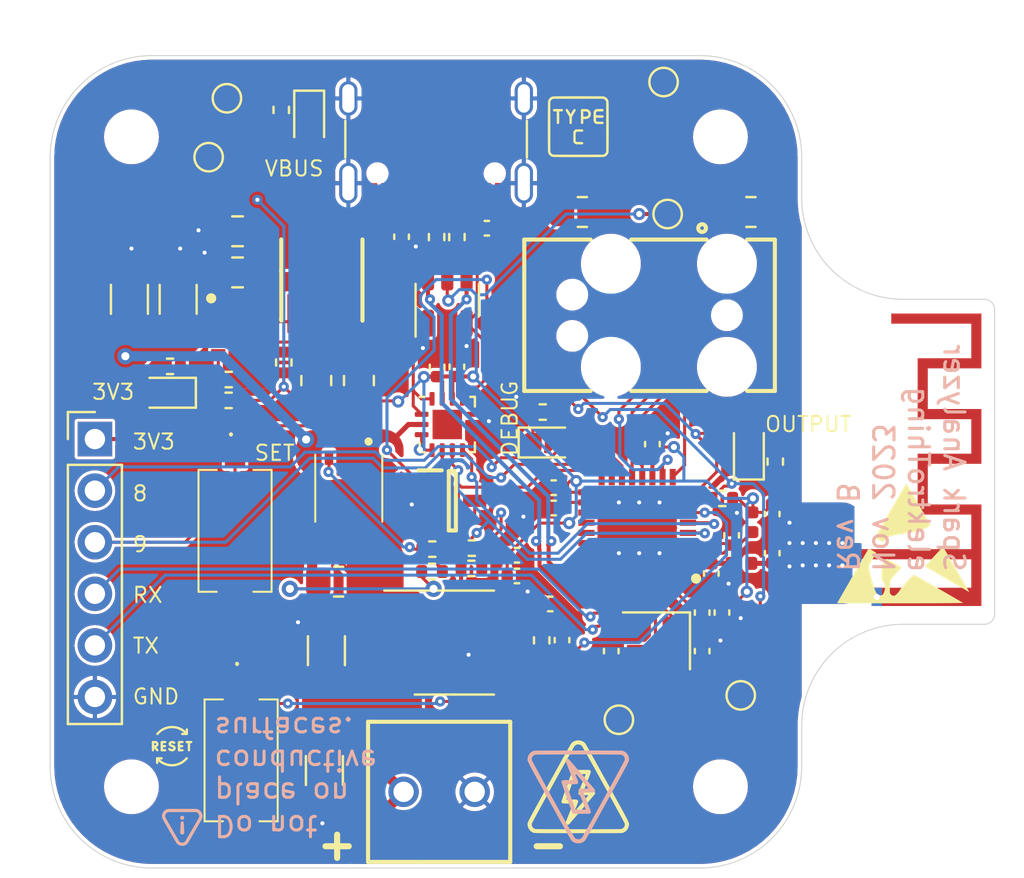
<source format=kicad_pcb>
(kicad_pcb (version 20221018) (generator pcbnew)
  (title_block (date "2023-04-18") (rev "A"))
  (layers (0 "F.Cu" signal) (1 "In1.Cu" signal) (2 "In2.Cu" signal) (31 "B.Cu" signal) (34 "B.Paste" user) (35 "F.Paste" user) (36 "B.SilkS" user "B.Silkscreen") (37 "F.SilkS" user "F.Silkscreen") (38 "B.Mask" user) (39 "F.Mask" user) (44 "Edge.Cuts" user))
  (net 0 "")
  (net 1 "Net-(D4-K)")
  (net 2 "VBUS")
  (net 3 "GND")
  (net 4 "+3V3")
  (net 5 "Net-(IC2-CC1_1)")
  (net 6 "Net-(IC2-CC2_1)")
  (net 7 "/Current Sensor + Output Control/VOUT")
  (net 8 "Net-(IC5-XTAL_P)")
  (net 9 "Net-(IC5-LNA_IN)")
  (net 10 "Net-(IC5-XTAL_N)")
  (net 11 "Net-(IC5-VDD3P3_1)")
  (net 12 "/Microcontroller/USB_DP")
  (net 13 "Net-(AE2-A)")
  (net 14 "/Current Sensor + Output Control/V_CURRENT")
  (net 16 "Net-(IC3-OUT)")
  (net 18 "Net-(IC4-FB)")
  (net 19 "Net-(IC4-PG)")
  (net 20 "Net-(IC4-SLEEP)")
  (net 21 "Net-(IC4-SW)")
  (net 22 "/Microcontroller/VDD_SPI")
  (net 23 "Net-(D1-K)")
  (net 24 "Net-(D2-K)")
  (net 25 "Net-(D3-K)")
  (net 26 "/Microcontroller/GPIO3")
  (net 27 "Net-(IC5-MTMS)")
  (net 28 "Net-(IC5-MTDI)")
  (net 29 "Net-(IC5-MTCK)")
  (net 30 "Net-(IC5-MTDO)")
  (net 31 "/Microcontroller/GPIO8")
  (net 32 "/Microcontroller/GPIO9")
  (net 33 "/Microcontroller/INT_N")
  (net 40 "/Microcontroller/USB_DN")
  (net 41 "/Microcontroller/GPIO0")
  (net 42 "/Microcontroller/GPIO1")
  (net 43 "Net-(J1-D+-PadA6)")
  (net 45 "Net-(J1-D--PadA7)")
  (net 46 "Net-(J2-VTref)")
  (net 48 "Net-(J2-GNDDetect)")
  (net 49 "Net-(IC4-VOS)")
  (net 51 "/Microcontroller/EN")
  (net 52 "/Microcontroller/U0RXD")
  (net 54 "/Microcontroller/U0TXD")
  (net 55 "Net-(Q1-Pad3)")
  (net 56 "Net-(Q2-G)")
  (net 57 "Net-(Q2-D_1)")
  (footprint "Capacitor_SMD:C_0402_1005Metric" (layer "F.Cu") (at 205.625 129.32 -90)
    (fp_text reference "C12" hide)
    (fp_text value "20p")
  )
  (footprint "Resistor_SMD:R_0402_1005Metric" (layer "F.Cu") (at 197.025 108.935 90)
    (fp_text reference "R7" hide)
    (fp_text value "22")
  )
  (footprint "Crystal:Crystal_SMD_2520-4Pin_2.5x2.0mm" (layer "F.Cu") (at 207.85 128.815 180)
    (fp_text reference "Y2" hide)
    (fp_text value "SX25Y040000BF1T-C")
  )
  (footprint "TestPoint:TestPoint_Pad_D1.0mm" (layer "F.Cu") (at 208.2 101.3)
    (fp_text reference "TP11" hide)
    (fp_text value "TestPoint")
  )
  (footprint "Resistor_SMD:R_0805_2012Metric_Pad1.20x1.40mm_HandSolder" (layer "F.Cu") (at 192.2 125.9)
    (fp_text reference "R21" hide)
    (fp_text value "DNF_0805")
  )
  (footprint "LED_SMD:LED_0603_1608Metric" (layer "F.Cu") (at 202.55 119.05)
    (fp_text reference "D4" hide)
    (fp_text value "Green_0603")
  )
  (footprint "Resistor_SMD:R_0402_1005Metric" (layer "F.Cu") (at 189.5 115.11 90)
    (fp_text reference "R1" hide)
    (fp_text value "100k")
  )
  (footprint "Symbol:ESD-Logo_6.6x6mm_SilkScreen" (layer "F.Cu") (at 220 124)
    (fp_text reference "REF**" hide)
    (fp_text value "ESD-Logo_6.6x6mm_SilkScreen" hide)
  )
  (footprint "Capacitor_SMD:C_1206_3216Metric" (layer "F.Cu") (at 181.9 112 90)
    (fp_text reference "C21" hide)
    (fp_text value "10u_1206")
  )
  (footprint "Resistor_SMD:R_0402_1005Metric" (layer "F.Cu") (at 202.25 117.55)
    (fp_text reference "R22" hide)
    (fp_text value "2.7k")
  )
  (footprint "Package_TO_SOT_SMD:SOT-23-6" (layer "F.Cu") (at 197.55 112.0375 90)
    (fp_text reference "U1" hide)
    (fp_text value "SRV05-4")
  )
  (footprint "Capacitor_SMD:C_0402_1005Metric" (layer "F.Cu") (at 200.98 125.62 180)
    (fp_text reference "C24" hide)
    (fp_text value "100n")
  )
  (footprint "Capacitor_SMD:C_0402_1005Metric" (layer "F.Cu") (at 210.1 127.425 -90)
    (fp_text reference "C16" hide)
    (fp_text value "100n")
  )
  (footprint "Capacitor_SMD:C_0402_1005Metric" (layer "F.Cu") (at 210.1 129.32 -90)
    (fp_text reference "C9" hide)
    (fp_text value "20p")
  )
  (footprint "Resistor_SMD:R_0402_1005Metric" (layer "F.Cu") (at 198.74 125.25)
    (fp_text reference "R14" hide)
    (fp_text value "10k")
  )
  (footprint "Capacitor_SMD:C_0402_1005Metric" (layer "F.Cu") (at 203.2 128.78 90)
    (fp_text reference "C8" hide)
    (fp_text value "100n")
  )
  (footprint "personal:highVoltage" (layer "F.Cu") (at 204 136)
    (fp_text reference " ")
    (fp_text value "LOGO" hide)
  )
  (footprint "Package_SO:SOP-8_3.9x4.9mm_P1.27mm" (layer "F.Cu") (at 197.9 128.9)
    (fp_text reference "IC3" hide)
    (fp_text value "CC6904SO-10A")
  )
  (footprint "SamacSys_Parts:TS1101CW" (layer "F.Cu") (at 187.4 134.7 -90)
    (fp_text reference "S1" hide)
    (fp_text value "TS-1101-C-W" hide)
  )
  (footprint "MountingHole:MountingHole_2.2mm_M2" (layer "F.Cu") (at 211 104)
    (fp_text reference "H2" hide)
    (fp_text value "MountingHole")
  )
  (footprint "Capacitor_SMD:C_0402_1005Metric" (layer "F.Cu") (at 207.65 119.13 90)
    (fp_text reference "C13" hide)
    (fp_text value "1u")
  )
  (footprint "MountingHole:MountingHole_2.2mm_M2" (layer "F.Cu") (at 211 136)
    (fp_text reference "H3" hide)
    (fp_text value "MountingHole")
  )
  (footprint "Resistor_SMD:R_0402_1005Metric" (layer "F.Cu") (at 186.785 116.975 180)
    (fp_text reference "R2" hide)
    (fp_text value "1M2")
  )
  (footprint "Inductor_SMD:L_0402_1005Metric" (layer "F.Cu") (at 212.55 122.975 90)
    (fp_text reference "L3" hide)
    (fp_text value "1.8nH")
  )
  (footprint "SamacSys_Parts:DMP3007SFG7" (layer "F.Cu") (at 192.7 121.3 180)
    (fp_text reference "Q2" hide)
    (fp_text value "DMP3017SFG-7" hide)
  )
  (footprint "SamacSys_Parts:TS1101CW" (layer "F.Cu") (at 187.1 123.4 -90)
    (fp_text reference "S2" hide)
    (fp_text value "TS-1101-C-W" hide)
  )
  (footprint "Capacitor_SMD:C_0402_1005Metric" (layer "F.Cu") (at 202.79 122.275 180)
    (fp_text reference "C15" hide)
    (fp_text value "1u")
  )
  (footprint "Capacitor_SMD:C_0402_1005Metric" (layer "F.Cu") (at 200.98 124.6 180)
    (fp_text reference "C25" hide)
    (fp_text value "100n")
  )
  (footprint "Capacitor_SMD:C_0402_1005Metric" (layer "F.Cu") (at 211.075 127.42 -90)
    (fp_text reference "C17" hide)
    (fp_text value "100n")
  )
  (footprint "SamacSys_Parts:QFN50P500X500X90-33N-D" (layer "F.Cu") (at 206.9 123.25 180)
    (fp_text reference "IC5" hide)
    (fp_text value "ESP32-C3FH4" hide)
  )
  (footprint "SamacSys_Parts:TC2050-IDC" (layer "F.Cu") (at 208.4625 115.325 180)
    (fp_text reference "J2" hide)
    (fp_text value "TC2050-IDC" hide)
  )
  (footprint "TestPoint:TestPoint_Pad_D1.0mm" (layer "F.Cu") (at 186.7 102.1)
    (fp_text reference "TP5" hide)
    (fp_text value "TestPoint")
  )
  (footprint "SamacSys_Parts:SOT95P237X125-3N" (layer "F.Cu") (at 197.8 121.92)
    (fp_text reference "Q1" hide)
    (fp_text value "DTC143ECA-TP" hide)
  )
  (footprint "Capacitor_SMD:C_0402_1005Metric" (layer "F.Cu") (at 211.55 123.62 90)
    (fp_text reference "C19" hide)
    (fp_text value "100n")
  )
  (footprint "Capacitor_SMD:C_0402_1005Metric" (layer "F.Cu") (at 213.55 122.57 -90)
    (fp_text reference "C18" hide)
    (fp_text value "100n")
  )
  (footprint "Resistor_SMD:R_0402_1005Metric" (layer "F.Cu") (at 198.76 124.25)
    (fp_text reference "R13" hide)
    (fp_text value "10k")
  )
  (footprint "LED_SMD:LED_0603_1608Metric" (layer "F.Cu") (at 190.75 103.2125 -90)
    (fp_text reference "D2" hide)
    (fp_text value "Green_0603")
  )
  (footprint "Capacitor_SMD:C_0402_1005Metric" (layer "F.Cu") (at 195.3 108.92 -90)
    (fp_text reference "C4" hide)
    (fp_text value "100p")
  )
  (footprint "Capacitor_SMD:C_0402_1005Metric" (layer "F.Cu") (at 197.05 115.325 -90)
    (fp_text reference "C14" hide)
    (fp_text value "100n")
  )
  (footprint "Resistor_SMD:R_0402_1005Metric" (layer "F.Cu") (at 202.2 128.79 -90)
    (fp_text reference "R8" hide)
    (fp_text value "100")
  )
  (footprint "Capacitor_SMD:C_0402_1005Metric" (layer "F.Cu") (at 213.55 124.5 90)
    (fp_text reference "C10" hide)
    (fp_text value "4p")
  )
  (footprint "Capacitor_SMD:C_1206_3216Metric" (layer "F.Cu") (at 191.5 135.2 -90)
    (fp_text reference "C22" hide)
    (fp_text value "10u_1206")
  )
  (footprint "Package_DFN_QFN:WQFN-14-1EP_2.5x2.5mm_P0.5mm_EP1.45x1.45mm" (layer "F.Cu") (at 197.55 118.1625)
    (fp_text reference "IC2" hide)
    (fp_text value "FUSB302MPX")
  )
  (footprint "Inductor_SMD:L_0402_1005Metric" (layer "F.Cu") (at 212.035 125 180)
    (fp_text reference "L2" hide)
    (fp_text value "1.8nH")
  )
  (footprint "Capacitor_SMD:C_0402_1005Metric" (layer "F.Cu") (at 210.55 125.5 -90)
    (fp_text reference "C11" hide)
    (fp_text value "5p")
  )
  (footprint "Capacitor_SMD:C_0805_2012Metric" (layer "F.Cu") (at 187.225 110.675 180)
    (fp_text reference "C2" hide)
    (fp_text value "22u")
  )
  (footprint "Capacitor_SMD:C_0402_1005Metric" (layer "F.Cu") (at 198.025 115.32 -90)
    (fp_text reference "C6" hide)
    (fp_text value "100n")
  )
  (footprint "MountingHole:MountingHole_2.2mm_M2" (layer "F.Cu") (at 182 136)
    (fp_text reference "H4" hide)
    (fp_text value "MountingHole")
  )
  (footprint "Connectors_JT:GT-USB-7010A" (layer "F.Cu") (at 197 104.35 180)
    (fp_text reference "J1" hide)
    (fp_text value "GT-USB-7010")
  )
  (footprint "Capacitor_SMD:C_0402_1005Metric" (layer "F.Cu") (at 199.5 108.5)
    (fp_text reference "C5" hide)
    (fp_text value "100p")
  )
  (footprint "SamacSys_Parts:KF350352P" (layer "F.Cu") (at 195.4 136.25)
    (fp_text reference "J3" hide)
    (fp_text value "KF350-3.5-2P" hide)
  )
  (footprint "MountingHole:MountingHole_2.2mm_M2" (layer "F.Cu") (at 182 104)
    (fp_text reference "H1" hide)
    (fp_text value "MountingHole")
  )
  (footprint "Connector_PinHeader_2.54mm:PinHeader_1x06_P2.54mm_Vertical" (layer "F.Cu") (at 180.2 118.88)
    (fp_text reference "J5" hide)
    (fp_text value "Conn_01x06")
  )
  (footprint "SamacSys_Parts:INDPM4040X300N" (layer "F.Cu") (at 191.375 111.05 90)
    (fp_text reference "L1" hide)
    (fp_text value "10uH" hide)
  )
  (footprint "Resistor_SMD:R_0805_2012Metric_Pad1.20x1.40mm_HandSolder" (layer "F.Cu") (at 204.2 107.7)
    (fp_text reference "R9" hide)
    (fp_text value "0")
  )
  (footprint "Resistor_SMD:R_0402_1005Metric" (layer "F.Cu") (at 213.7 119.99 90)
    (fp_text reference "R18" hide)
    (fp_text value "2.7k")
  )
  (footprint "Resistor_SMD:R_0402_1005Metric" (layer "F.Cu") (at 189.375 102.675 -90)
    (fp_text reference "R17" hide)
    (fp_text value "2.7k")
  )
  (footprint "Resistor_SMD:R_0805_2012Metric_Pad1.20x1.40mm_HandSolder" (layer "F.Cu") (at 191.1 116 -90)
    (fp_text reference "R5" hide)
    (fp_text value "0")
  )
  (footprint "TestPoint:TestPoint_Pad_D1.0mm" (layer "F.Cu") (at 212 131.5)
    (fp_text reference "TP10" hide)
    (fp_text value "TestPoint")
  )
  (footprint "Capacitor_SMD:C_0402_1005Metric" (layer "F.Cu") (at 202.62 127)
    (fp_text reference "C7" hide)
    (fp_text value "100n")
  )
  (footprint "RF_Antenna:Texas_SWRA117D_2.4GHz_Left" (layer "F.Cu") (at 218.7 124.55 -90)
    (fp_text reference "AE2" hide)
    (fp_text value "Antenna")
  )
  (footprint "personal:reset" (layer "F.Cu") (at 184 134)
    (fp_text reference "G***" hide)
    (fp_text value "LOGO" hide)
  )
  (footprint "personal:USBC" (layer "F.Cu") (at 204 103.5)
    (fp_text reference "G***" hide)
    (fp_text value "LOGO" hide)
  )
  (footprint "Capacitor_SMD:C_1206_3216Metric" (layer "F.Cu") (at 184.3 112 90)
    (fp_text reference "C20" hide)
    (fp_text value "10u_1206")
  )
  (footprint "Resistor_SMD:R_0805_2012Metric_Pad1.20x1.40mm_HandSolder" (layer "F.Cu") (at 212.5 107.7)
    (fp_text reference "R11" hide)
    (fp_text value "0")
  )
  (footprint "SamacSys_Parts:SON50P200X300X80-11N" (layer "F.Cu") (at 187.275 113.6)
    (fp_text reference "IC4" hide)
    (fp_text value "TPS62175DQCT" hide)
  )
  (footprint "TestPoint:TestPoint_Pad_D1.0mm" (layer "F.Cu") (at 206 132.7)
    (fp_text reference "TP8" hide)
    (fp_text value "TestPoint")
  )
  (footprint "Resistor_SMD:R_0402_1005Metric" (layer "F.Cu") (at 183.9 115.3 180)
    (fp_text reference "R16" hide)
    (fp_text value "2.7k")
  )
  (footprint "Capacitor_SMD:C_0402_1005Metric" (layer "F.Cu") (at 202.79 121.275 180)
    (fp_text reference "C23" hide)
    (fp_text value "10u_0402")
  )
  (footprint "LED_SMD:LED_0603_1608Metric" (layer "F.Cu") (at 183.6875 116.6 180)
    (fp_text reference "D1" hide)
    (fp_text value "Green_0603")
  )
  (footprint "Resistor_SMD:R_0805_2012Metric_Pad1.20x1.40mm_HandSolder" (layer "F.Cu") (at 193.2 116 -90)
    (fp_text reference "R4" hide)
    (fp_text value "0")
  )
  (footprint "TestPoint:TestPoint_Pad_D1.0mm" (layer "F.Cu") (at 185.8 105)
    (fp_text reference "TP4" hide)
    (fp_text value "TestPoint")
  )
  (footprint "LED_SMD:LED_0603_1608Metric" (layer "F.Cu") (at 212.4 119.3875 90)
    (fp_text reference "D3" hide)
    (fp_text value "Yellow_0603")
  )
  (footprint "Resistor_SMD:R_0402_1005Metric" (layer "F.Cu") (at 196.8 125.4)
    (fp_text reference "R19" hide)
    (fp_text value "10k")
  )
  (footprint "Resistor_SMD:R_0402_1005Metric" (layer "F.Cu") (at 198.025 108.935 -90)
    (fp_text reference "R6" hide)
    (fp_text value "22")
  )
  (footprint "Resistor_SMD:R_0402_1005Metric" (layer "F.Cu") (at 196.81 124.3)
    (fp_text reference "R20" hide)
    (fp_text value "1k")
  )
  (footprint "Capacitor_SMD:C_1206_3216Metric" (layer "F.Cu") (at 191.6 129.3 90)
    (fp_text reference "C1" hide)
    (fp_text value "10u_1206")
  )
  (footprint "Resistor_SMD:R_0402_1005Metric" (layer "F.Cu") (at 186.79 115.95)
    (fp_text reference "R3" hide)
    (fp_text value "383k")
  )
  (footprint "TestPoint:TestPoint_Pad_D1.0mm" (layer "F.Cu") (at 208.4 107.8)
    (fp_text reference "TP3" hide)
    (fp_text value "TestPoint")
  )
  (footprint "Capacitor_SMD:C_0805_2012Metric" (layer "F.Cu") (at 187.225 108.65 180)
    (fp_text reference "C3" hide)
    (fp_text value "10u")
  )
  (footprint "Resistor_SMD:R_0402_1005Metric" (layer "F.Cu") (at 211.09 121.8 180)
    (fp_text reference "R12" hide)
    (fp_text value "10k")
  )
  (footprint "personal:Product Stamp" (layer "B.Cu") (at 222.5 125.5 90)
    (fp_text reference "REF**" hide)
    (fp_text value "Product Stamp")
  )
  (footprint "personal:warning" (layer "B.Cu") (at 184.5 138)
    (fp_text reference "G***" hide)
    (fp_text value "LOGO" hide)
  )
  (footprint "personal:highVoltage" (layer "B.Cu") (at 204 136.5)
    (fp_text reference " ")
    (fp_text value "LOGO" hide)
  )
  (gr_arc (start 215 135) (mid 213.535534 138.535534) (end 210 140) (stroke (width 0.05)) (layer "Edge.Cuts"))
  (gr_line (start 178 105) (end 178 135) (stroke (width 0.05)) (layer "Edge.Cuts"))
  (gr_line (start 215 135) (end 215 133) (stroke (width 0.05)) (layer "Edge.Cuts"))
  (gr_arc (start 183 140) (mid 179.464466 138.535534) (end 178 135) (stroke (width 0.05)) (layer "Edge.Cuts"))
  (gr_arc (start 178 105) (mid 179.464466 101.464466) (end 183 100) (stroke (width 0.05)) (layer "Edge.Cuts"))
  (gr_arc (start 224.5 127.5) (mid 224.353553 127.853553) (end 224 128) (stroke (width 0.05)) (layer "Edge.Cuts"))
  (gr_line (start 224 111.999999) (end 220 112) (stroke (width 0.05)) (layer "Edge.Cuts"))
  (gr_line (start 224 128) (end 220 128) (stroke (width 0.05)) (layer "Edge.Cuts"))
  (gr_line (start 215 107) (end 215 105) (stroke (width 0.05)) (layer "Edge.Cuts"))
  (gr_arc (start 215 133) (mid 216.464466 129.464466) (end 220 128) (stroke (width 0.05)) (layer "Edge.Cuts"))
  (gr_line (start 224.5 112.499999) (end 224.5 127.5) (stroke (width 0.05)) (layer "Edge.Cuts"))
  (gr_arc (start 220 112) (mid 216.464466 110.535534) (end 215 107) (stroke (width 0.05)) (layer "Edge.Cuts"))
  (gr_arc (start 210 100) (mid 213.535534 101.464466) (end 215 105) (stroke (width 0.05)) (layer "Edge.Cuts"))
  (gr_arc (start 224 111.999999) (mid 224.353553 112.146446) (end 224.5 112.499999) (stroke (width 0.05)) (layer "Edge.Cuts"))
  (gr_line (start 183 100) (end 210 100) (stroke (width 0.05)) (layer "Edge.Cuts"))
  (gr_line (start 183 140) (end 210 140) (stroke (width 0.05)) (layer "Edge.Cuts"))
  (gr_text "Do not \nplace on \nconductive \nsurfaces." (at 186 132.5 180) (layer "B.SilkS") (effects (font (size 1 1)) (justify left bottom mirror)))
  (gr_text "GND" (at 182 132) (layer "F.SilkS") (effects (font (size 0.75 0.75) (thickness 0.1)) (justify left bottom)))
  (gr_text "8" (at 182 122) (layer "F.SilkS") (effects (font (size 0.75 0.75) (thickness 0.1)) (justify left bottom)))
  (gr_text "TX" (at 182 129.5) (layer "F.SilkS") (effects (font (size 0.75 0.75) (thickness 0.1)) (justify left bottom)))
  (gr_text "DEBUG" (at 201.065 119.785 90) (layer "F.SilkS") (effects (font (size 0.75 0.75) (thickness 0.1)) (justify left bottom)))
  (gr_text "3V3" (at 180 117) (layer "F.SilkS") (effects (font (size 0.75 0.75) (thickness 0.1)) (justify left bottom)))
  (gr_text "VBUS" (at 188.5 106) (layer "F.SilkS") (effects (font (size 0.75 0.75) (thickness 0.1)) (justify left bottom)))
  (gr_text "SET" (at 188 120) (layer "F.SilkS") (effects (font (size 0.75 0.75) (thickness 0.1)) (justify left bottom)))
  (gr_text "+" (at 191 139.7) (layer "F.SilkS") (effects (font (size 1.5 1.5) (thickness 0.3) bold) (justify left bottom)))
  (gr_text "OUTPUT" (at 213.135 118.5875) (layer "F.SilkS") (effects (font (size 0.75 0.75) (thickness 0.1)) (justify left bottom)))
  (gr_text "-" (at 201.4 139.7) (layer "F.SilkS") (effects (font (size 1.5 1.5) (thickness 0.3) bold) (justify left bottom)))
  (gr_text "3V3" (at 182 119.45) (layer "F.SilkS") (effects (font (size 0.75 0.75) (thickness 0.1)) (justify left bottom)))
  (gr_text "9" (at 182 124.5) (layer "F.SilkS") (effects (font (size 0.75 0.75) (thickness 0.1)) (justify left bottom)))
  (gr_text "RX" (at 182 127) (layer "F.SilkS") (effects (font (size 0.75 0.75) (thickness 0.1)) (justify left bottom)))
  (segment (start 201.7625 119.05) (end 201.7625 117.5725) (width 0.15) (layer "F.Cu") (net 1))
  (segment (start 201.7625 117.5725) (end 201.74 117.55) (width 0.15) (layer "F.Cu") (net 1))
  (segment (start 189.8 126.254668) (end 190.845332 126.254668) (width 0.15) (layer "F.Cu") (net 2))
  (segment (start 196.29 125.670345) (end 196.875174 126.255519) (width 0.15) (layer "F.Cu") (net 2))
  (segment (start 192.2 107.9) (end 194.3 107.9) (width 0.5) (layer "F.Cu") (net 2))
  (segment (start 195.3 105.6) (end 194.6 106.3) (width 0.25) (layer "F.Cu") (net 2))
  (segment (start 181.7 107) (end 179.9 108.8) (width 0.5) (layer "F.Cu") (net 2))
  (segment (start 195.6375 118.1625) (end 195.1 118.7) (width 0.25) (layer "F.Cu") (net 2))
  (segment (start 194.6 106.3) (end 194.6 106.86) (width 0.25) (layer "F.Cu") (net 2))
  (segment (start 180.875 113.475) (end 182 113.475) (width 0.5) (layer "F.Cu") (net 2))
  (segment (start 199.4 106.3) (end 199.4 106.86) (width 0.25) (layer "F.Cu") (net 2))
  (segment (start 196.2875 118.1625) (end 195.6375 118.1625) (width 0.25) (layer "F.Cu") (net 2))
  (segment (start 179.9 112.5) (end 180.875 113.475) (width 0.5) (layer "F.Cu") (net 2))
  (segment (start 181.7 107) (end 183.8 107) (width 0.5) (layer "F.Cu") (net 2))
  (segment (start 190.9 119.2) (end 190.6 118.9) (width 0.5) (layer "F.Cu") (net 2))
  (segment (start 186.7 104.1) (end 190.65 104.1) (width 0.5) (layer "F.Cu") (net 2))
  (segment (start 190.9 125.5) (end 190.9 119.7) (width 0.5) (layer "F.Cu") (net 2))
  (segment (start 194.6 107.6) (end 194.6 106.86) (width 0.5) (layer "F.Cu") (net 2))
  (segment (start 185.8 105) (end 186.7 104.1) (width 0.5) (layer "F.Cu") (net 2))
  (segment (start 196.29 125.4) (end 196.29 125.670345) (width 0.15) (layer "F.Cu") (net 2))
  (segment (start 190.75 104) (end 190.75 106.45) (width 0.5) (layer "F.Cu") (net 2))
  (segment (start 190.75 106.45) (end 192.2 107.9) (width 0.5) (layer "F.Cu") (net 2))
  (segment (start 198.7 105.6) (end 199.4 106.3) (width 0.25) (layer "F.Cu") (net 2))
  (segment (start 185.8 105) (end 183.8 107) (width 0.5) (layer "F.Cu") (net 2))
  (segment (start 190.9 119.7) (end 190.9 119.2) (width 0.5) (layer "F.Cu") (net 2))
  (segment (start 179.9 108.8) (end 179.9 112.5) (width 0.5) (layer "F.Cu") (net 2))
  (segment (start 194.3 107.9) (end 194.6 107.6) (width 0.5) (layer "F.Cu") (net 2))
  (segment (start 198.7 105.6) (end 195.3 105.6) (width 0.25) (layer "F.Cu") (net 2))
  (via (at 189.8 126.254668) (size 0.8) (drill 0.4) (layers "F.Cu" "B.Cu") (net 2))
  (via (at 196.875174 126.255519) (size 0.8) (drill 0.4) (layers "F.Cu" "B.Cu") (net 2))
  (via (at 190.6 118.9) (size 0.8) (drill 0.4) (layers "F.Cu" "B.Cu") (net 2))
  (via (at 181.7 114.8) (size 0.8) (drill 0.4) (layers "F.Cu" "B.Cu") (net 2))
  (segment (start 190.6 118.9) (end 186.5 114.8) (width 0.5) (layer "B.Cu") (net 2))
  (segment (start 189.800851 126.255519) (end 189.8 126.254668) (width 0.15) (layer "B.Cu") (net 2))
  (segment (start 189.800851 126.255519) (end 196.875174 126.255519) (width 0.15) (layer "B.Cu") (net 2))
  (segment (start 186.5 114.8) (end 181.7 114.8) (width 0.5) (layer "B.Cu") (net 2))
  (segment (start 197.05 114.845) (end 196.7945 114.845) (width 0.15) (layer "F.Cu") (net 3))
  (segment (start 198.8125 118.1625) (end 199.4375 118.1625) (width 0.15) (layer "F.Cu") (net 3))
  (segment (start 210.55 125.98) (end 211.38 125.98) (width 0.15) (layer "F.Cu") (net 3))
  (segment (start 199.4375 118.1625) (end 199.6 118) (width 0.15) (layer "F.Cu") (net 3))
  (segment (start 201.725 122.275) (end 201.3 122.7) (width 0.15) (layer "F.Cu") (net 3))
  (segment (start 186.275 108.65) (end 185.35 108.65) (width 0.15) (layer "F.Cu") (net 3))
  (segment (start 199.265 127.535) (end 198.6 128.2) (width 0.15) (layer "F.Cu") (net 3))
  (segment (start 213.55 123.05) (end 214.35 123.05) (width 0.15) (layer "F.Cu") (net 3))
  (segment (start 202.31 121.275) (end 202.31 122.275) (width 0.15) (layer "F.Cu") (net 3))
  (segment (start 196.7945 114.845) (end 196.3495 114.4) (width 0.15) (layer "F.Cu") (net 3))
  (segment (start 201.46 125.62) (end 201.46 126.342202) (width 0.15) (layer "F.Cu") (net 3))
  (segment (start 184.4 110.525) (end 184.4 109.5) (width 0.15) (layer "F.Cu") (net 3))
  (segment (start 203.2 128.3) (end 202.435 127.535) (width 0.15) (layer "F.Cu") (net 3))
  (segment (start 199.905 130.805) (end 198.6 129.5) (width 0.15) (layer "F.Cu") (net 3))
  (segment (start 196.57 122.87) (end 195.8 122.1) (width 0.15) (layer "F.Cu") (net 3))
  (segment (start 211.55 122.774085) (end 211.809852 122.514233) (width 0.15) (layer "F.Cu") (net 3))
  (segment (start 191.6 127.825) (end 190.275 127.825) (width 0.15) (layer "F.Cu") (net 3))
  (segment (start 202.435 127.535) (end 199.265 127.535) (width 0.15) (layer "F.Cu") (net 3))
  (segment (start 211.55 123.14) (end 211.55 122.774085) (width 0.15) (layer "F.Cu") (net 3))
  (segment (start 186.275 110.375) (end 185.6 109.7) (width 0.15) (layer "F.Cu") (net 3))
  (segment (start 207.65 118.65) (end 208.35 118.65) (width 0.15) (layer "F.Cu") (net 3))
  (segment (start 191.5 137.7) (end 191.4 137.8) (width 0.15) (layer "F.Cu") (net 3))
  (segment (start 201.46 124.6) (end 201.46 125.62) (width 0.15) (layer "F.Cu") (net 3))
  (segment (start 211.38 125.98) (end 211.4 126) (width 0.15) (layer "F.Cu") (net 3))
  (segment (start 182 110.525) (end 182 109.5) (width 0.15) (layer "F.Cu") (net 3))
  (segment (start 210.105 127.905) (end 211 128.8) (width 0.15) (layer "F.Cu") (net 3))
  (segment (start 198.6 128.2) (end 198.6 129.5) (width 0.15) (layer "F.Cu") (net 3))
  (segment (start 202.31 122.275) (end 201.725 122.275) (width 0.15) (layer "F.Cu") (net 3))
  (segment (start 208.35 118.65) (end 208.403051 118.596949) (width 0.15) (layer "F.Cu") (net 3))
  (segment (start 198.025 114.7755) (end 198.5005 114.3) (width 0.15) (layer "F.Cu") (net 3))
  (segment (start 201.46 126.342202) (end 201.507167 126.389369) (width 0.15) (layer "F.Cu") (net 3))
  (segment (start 195.3 109.4) (end 196 109.4) (width 0.15) (layer "F.Cu") (net 3))
  (segment (start 214.35 123.05) (end 214.4 123) (width 0.15) (layer "F.Cu") (net 3))
  (segment (start 211.075 127.9) (end 211.8 127.9) (width 0.15) (layer "F.Cu") (net 3))
  (segment (start 190.275 127.825) (end 190.2 127.9) (width 0.15) (layer "F.Cu") (net 3))
  (segment (start 185.35 108.65) (end 185.3 108.6) (width 0.15) (layer "F.Cu") (net 3))
  (segment (start 211.8 127.9) (end 212 127.7) (width 0.15) (layer "F.Cu") (net 3))
  (segment (start 191.5 136.675) (end 191.5 137.7) (width 0.15) (layer "F.Cu") (net 3))
  (via (at 198.6 129.5) (size 0.5) (drill 0.2) (layers "F.Cu" "B.Cu") (net 3))
  (via (at 215.7 124) (size 0.5) (drill 0.2) (layers "F.Cu" "B.Cu") (net 3))
  (via (at 217 124) (size 0.5) (drill 0.2) (layers "F.Cu" "B.Cu") (net 3))
  (via (at 212 127.7) (size 0.5) (drill 0.2) (layers "F.Cu" "B.Cu") (net 3))
  (via (at 200.95 116.8) (size 0.5) (drill 0.2) (layers "F.Cu" "B.Cu") (net 3))
  (via (at 201.507167 126.389369) (size 0.5) (drill 0.2) (layers "F.Cu" "B.Cu") (net 3))
  (via (at 201.3 122.7) (size 0.5) (drill 0.2) (layers "F.Cu" "B.Cu") (net 3))
  (via (at 216.35 124) (size 0.5) (drill 0.2) (layers "F.Cu" "B.Cu") (net 3))
  (via (at 215.05 124) (size 0.5) (drill 0.2) (layers "F.Cu" "B.Cu") (net 3))
  (via (at 208 124.5) (size 0.5) (drill 0.2) (layers "F.Cu" "B.Cu") (net 3))
  (via (at 207 122) (size 0.5) (drill 0.2) (layers "F.Cu" "B.Cu") (net 3))
  (via (at 191.4 137.8) (size 0.5) (drill 0.2) (layers "F.Cu" "B.Cu") (net 3))
  (via (at 208.403051 118.596949) (size 0.5) (drill 0.2) (layers "F.Cu" "B.Cu") (net 3))
  (via (at 185.3 108.6) (size 0.5) (drill 0.2) (layers "F.Cu" "B.Cu") (net 3))
  (via (at 206 124.5) (size 0.5) (drill 0.2) (layers "F.Cu" "B.Cu") (net 3))
  (via (at 214.4 123) (size 0.5) (drill 0.2) (layers "F.Cu" "B.Cu") (net 3))
  (via (at 207 124.5) (size 0.5) (drill 0.2) (layers "F.Cu" "B.Cu") (net 3))
  (via (at 206 122) (size 0.5) (drill 0.2) (layers "F.Cu" "B.Cu") (net 3))
  (via (at 211.4 126) (size 0.5) (drill 0.2) (layers "F.Cu" "B.Cu") (net 3))
  (via (at 195.8 122.1) (size 0.5) (drill 0.2) (layers "F.Cu" "B.Cu") (net 3))
  (via (at 196.3495 114.4) (size 0.5) (drill 0.2) (layers "F.Cu" "B.Cu") (net 3))
  (via (at 211.809852 122.514233) (size 0.5) (drill 0.2) (layers "F.Cu" "B.Cu") (net 3))
  (via (at 199.6 118) (size 0.5) (drill 0.2) (layers "F.Cu" "B.Cu") (net 3))
  (via (at 217 125.1) (size 0.5) (drill 0.2) (layers "F.Cu" "B.Cu") (net 3))
  (via (at 190.2 127.9) (size 0.5) (drill 0.2) (layers "F.Cu" "B.Cu") (net 3))
  (via (at 185.6 109.7) (size 0.5) (drill 0.2) (layers "F.Cu" "B.Cu") (net 3))
  (via (at 214.4 125.15) (size 0.5) (drill 0.2) (layers "F.Cu" "B.Cu") (net 3))
  (via (at 182 109.5) (size 0.5) (drill 0.2) (layers "F.Cu" "B.Cu") (net 3))
  (via (at 196 109.4) (size 0.5) (drill 0.2) (layers "F.Cu" "B.Cu") (net 3))
  (via (at 215.7 125.1) (size 0.5) (drill 0.2) (layers "F.Cu" "B.Cu") (net 3))
  (via (at 216.35 125.1) (size 0.5) (drill 0.2) (layers "F.Cu" "B.Cu") (net 3))
  (via (at 211 128.8) (size 0.5) (drill 0.2) (layers "F.Cu" "B.Cu") (net 3))
  (via (at 184.4 109.5) (size 0.5) (drill 0.2) (layers "F.Cu" "B.Cu") (net 3))
  (via (at 214.4 124) (size 0.5) (drill 0.2) (layers "F.Cu" "B.Cu") (net 3))
  (via (at 215.05 125.1) (size 0.5) (drill 0.2) (layers "F.Cu" "B.Cu") (net 3))
  (via (at 198.5005 114.3) (size 0.5) (drill 0.2) (layers "F.Cu" "B.Cu") (net 3))
  (via (at 208 122) (size 0.5) (drill 0.2) (layers "F.Cu" "B.Cu") (net 3))
  (segment (start 207.986812 119.273188) (end 207.65 119.61) (width 0.15) (layer "F.Cu") (net 4))
  (segment (start 203.495 121.5) (end 203.27 121.275) (width 0.15) (layer "F.Cu") (net 4))
  (segment (start 200.5 124.6) (end 202.082487 123.017513) (width 0.15) (layer "F.Cu") (net 4))
  (segment (start 211.075 126.94) (end 211.76 126.94) (width 0.15) (layer "F.Cu") (net 4))
  (segment (start 207.65 119.61) (end 207.65 120.75) (width 0.2) (layer "F.Cu") (net 4))
  (segment (start 203.5955 120.9495) (end 203.27 121.275) (width 0.15) (layer "F.Cu") (net 4))
  (segment (start 211.075 126.94) (end 210.105 126.94) (width 0.15) (layer "F.Cu") (net 4))
  (segment (start 184.525 118.225) (end 182.9 116.6) (width 0.15) (layer "F.Cu") (net 4))
  (segment (start 211.76 126.94) (end 212.3 126.4) (width 0.15) (layer "F.Cu") (net 4))
  (segment (start 211.86 121.8) (end 212.55 122.49) (width 0.15) (layer "F.Cu") (net 4))
  (segment (start 197.3 116.055) (end 197.3 116.9) (width 0.2) (layer "F.Cu") (net 4))
  (segment (start 198.025 115.8) (end 197.8 116.025) (width 0.2) (layer "F.Cu") (net 4))
  (segment (start 208.4 107.8) (end 207 107.8) (width 0.2) (layer "F.Cu") (net 4))
  (segment (start 213.15 122.49) (end 213.55 122.09) (width 0.15) (layer "F.Cu") (net 4))
  (segment (start 196.225 119.425) (end 196.2 119.4) (width 0.15) (layer "F.Cu") (net 4))
  (segment (start 209.3 126.9) (end 210.055 126.9) (width 0.15) (layer "F.Cu") (net 4))
  (segment (start 195.1 117) (end 193.2 117) (width 0.15) (layer "F.Cu") (net 4))
  (segment (start 200.5 124.6) (end 200.5 125.62) (width 0.15) (layer "F.Cu") (net 4))
  (segment (start 198.995 126.995) (end 200.525 126.995) (width 0.2) (layer "F.Cu") (net 4))
  (segment (start 196.8 119.425) (end 196.225 119.425) (width 0.15) (layer "F.Cu") (net 4))
  (segment (start 203.9 120.9495) (end 203.5955 120.9495) (width 0.15) (layer "F.Cu") (net 4))
  (segment (start 193.2 117) (end 191.975 118.225) (width 0.15) (layer "F.Cu") (net 4))
  (segment (start 182.9 117.6) (end 182.9 116.6) (width 0.2) (layer "F.Cu") (net 4))
  (segment (start 181.62 118.88) (end 182.9 117.6) (width 0.2) (layer "F.Cu") (net 4))
  (segment (start 198.23 125.25) (end 198.23 124.27) (width 0.2) (layer "F.Cu") (net 4))
  (segment (start 212.6 121.8) (end 212.6 122.44) (width 0.15) (layer "F.Cu") (net 4))
  (segment (start 202.082487 123.017513) (end 203.550499 123.017513) (width 0.15) (layer "F.Cu") (net 4))
  (segment (start 180.2 118.88) (end 181.62 118.88) (width 0.2) (layer "F.Cu") (net 4))
  (segment (start 208.65 126.25) (end 209.3 126.9) (width 0.15) (layer "F.Cu") (net 4))
  (segment (start 200.525 126.995) (end 200.525 125.645) (width 0.15) (layer "F.Cu") (net 4))
  (segment (start 208.15 125.75) (end 208.65 125.75) (width 0.15) (layer "F.Cu") (net 4))
  (segment (start 196.2875 118.6625) (end 196.2875 119.3125) (width 0.15) (layer "F.Cu") (net 4))
  (segment (start 208.65 125.75) (end 208.65 126.25) (width 0.15) (layer "F.Cu") (net 4))
  (segment (start 197.8 116.025) (end 197.8 116.9) (width 0.2) (layer "F.Cu") (net 4))
  (segment (start 191.975 118.225) (end 184.525 118.225) (width 0.15) (layer "F.Cu") (net 4))
  (segment (start 198.23 125.25) (end 198.23 126.23) (width 0.2) (layer "F.Cu") (net 4))
  (segment (start 211.6 121.8) (end 211.86 121.8) (width 0.15) (layer "F.Cu") (net 4))
  (segment (start 198.025 115.8) (end 198.825 115.8) (width 0.2) (layer "F.Cu") (net 4))
  (segment (start 208.7105 119.273188) (end 207.986812 119.273188) (width 0.15) (layer "F.Cu") (net 4))
  (segment (start 212.55 122.49) (end 213.15 122.49) (width 0.15) (layer "F.Cu") (net 4))
  (segment (start 197.55 112.013) (end 197.6 112.063) (width 0.15) (layer "F.Cu") (net 4))
  (segment (start 198.23 126.23) (end 198.995 126.995) (width 0.2) (layer "F.Cu") (net 4))
  (segment (start 196.2875 119.3125) (end 196.2 119.4) (width 0.15) (layer "F.Cu") (net 4))
  (segment (start 204.4 121.5) (end 203.495 121.5) (width 0.15) (layer "F.Cu") (net 4))
  (segment (start 197.05 115.805) (end 196.42 115.805) (width 0.2) (layer "F.Cu") (net 4))
  (segment (start 202.14 127) (end 200.53 127) (width 0.15) (layer "F.Cu") (net 4))
  (segment (start 197.05 115.805) (end 197.3 116.055) (width 0.2) (layer "F.Cu") (net 4))
  (segment (start 197.55 110.9) (end 197.55 112.013) (width 0.15) (layer "F.Cu") (net 4))
  (segment (start 198.025 115.8) (end 197.055 115.8) (width 0.2) (layer "F.Cu") (net 4))
  (segment (start 196.42 115.805) (end 196.4 115.825) (width 0.2) (layer "F.Cu") (net 4))
  (segment (start 211.4 107.8) (end 208.4 107.8) (width 0.2) (layer "F.Cu") (net 4))
  (segment (start 195.131504 117.031504) (end 195.1 117) (width 0.15) (layer "F.Cu") (net 4))
  (via (at 207 107.8) (size 0.6) (drill 0.3) (layers "F.Cu" "B.Cu") (net 4))
  (via (at 197.6 112.063) (size 0.6) (drill 0.3) (layers "F.Cu" "B.Cu") (net 4))
  (via (at 212.3 126.4) (size 0.6) (drill 0.3) (layers "F.Cu" "B.Cu") (net 4))
  (via (at 203.550499 123.017513) (size 0.6) (drill 0.3) (layers "F.Cu" "B.Cu") (net 4))
  (via (at 196.4 115.825) (size 0.6) (drill 0.3) (layers "F.Cu" "B.Cu") (net 4))
  (via (at 195.131504 117.031504) (size 0.6) (drill 0.3) (layers "F.Cu" "B.Cu") (net 4))
  (via (at 212.6 121.8) (size 0.6) (drill 0.3) (layers "F.Cu" "B.Cu") (net 4))
  (via (at 208.7105 119.273188) (size 0.6) (drill 0.3) (layers "F.Cu" "B.Cu") (net 4))
  (via (at 198.825 115.8) (size 0.6) (drill 0.3) (layers "F.Cu" "B.Cu") (net 4))
  (via (at 196.2 119.4) (size 0.6) (drill 0.3) (layers "F.Cu" "B.Cu") (net 4))
  (via (at 203.9 120.9495) (size 0.6) (drill 0.3) (layers "F.Cu" "B.Cu") (net 4))
  (segment (start 196.4 115.825) (end 195.193496 117.031504) (width 0.15) (layer "B.Cu") (net 4))
  (segment (start 198.975 111.775) (end 198.975 115.65) (width 0.15) (layer "B.Cu") (net 4))
  (segment (start 212.3 122.1) (end 212.6 121.8) (width 0.15) (layer "B.Cu") (net 4))
  (segment (start 203.9 120.9495) (end 203.9 120.875) (width 0.15) (layer "B.Cu") (net 4))
  (segment (start 211.171619 121.8) (end 210.321119 120.9495) (width 0.15) (layer "B.Cu") (net 4))
  (segment (start 198.975 115.65) (end 198.825 115.8) (width 0.15) (layer "B.Cu") (net 4))
  (segment (start 198.975 111.775) (end 199.425 111.775) (width 0.15) (layer "B.Cu") (net 4))
  (segment (start 199.4625 116.4375) (end 198.825 115.8) (width 0.15) (layer "B.Cu") (net 4))
  (segment (start 203.9 120.875) (end 199.4625 116.4375) (width 0.15) (layer "B.Cu") (net 4))
  (segment (start 212.6 121.8) (end 211.171619 121.8) (width 0.15) (layer "B.Cu") (net 4))
  (segment (start 196.2 119.4) (end 196.4 119.2) (width 0.15) (layer "B.Cu") (net 4))
  (segment (start 212.3 126.4) (end 212.3 122.1) (width 0.15) (layer "B.Cu") (net 4))
  (segment (start 197.6 112.063) (end 198.138 111.525) (width 0.15) (layer "B.Cu") (net 4))
  (segment (start 203.9 120.9495) (end 203.9 122.668012) (width 0.15) (layer "B.Cu") (net 4))
  (segment (start 198.138 111.525) (end 198.725 111.525) (width 0.15) (layer "B.Cu") (net 4))
  (segment (start 203.4 107.8) (end 207 107.8) (width 0.15) (layer "B.Cu") (net 4))
  (segment (start 209.2 120.9495) (end 203.9 120.9495) (width 0.15) (layer "B.Cu") (net 4))
  (segment (start 203.9 122.668012) (end 203.550499 123.017513) (width 0.15) (layer "B.Cu") (net 4))
  (segment (start 209.2 120.9495) (end 209.2 119.762688) (width 0.15) (layer "B.Cu") (net 4))
  (segment (start 196.4 119.2) (end 196.4 115.825) (width 0.15) (layer "B.Cu") (net 4))
  (segment (start 210.321119 120.9495) (end 209.2 120.9495) (width 0.15) (layer "B.Cu") (net 4))
  (segment (start 195.193496 117.031504) (end 195.131504 117.031504) (width 0.15) (layer "B.Cu") (net 4))
  (segment (start 199.425 111.775) (end 203.4 107.8) (width 0.15) (layer "B.Cu") (net 4))
  (segment (start 198.725 111.525) (end 198.975 111.775) (width 0.15) (layer "B.Cu") (net 4))
  (segment (start 209.2 119.762688) (end 208.7105 119.273188) (width 0.15) (layer "B.Cu") (net 4))
  (segment (start 198.475 116.325) (end 199.042463 116.325) (width 0.15) (layer "F.Cu") (net 5))
  (segment (start 199.02 108.5) (end 198.25 107.73) (width 0.15) (layer "F.Cu") (net 5))
  (segment (start 199.042463 116.325) (end 199.35 116.017463) (width 0.15) (layer "F.Cu") (net 5))
  (segment (start 199.025 112.65) (end 199.025 108.505) (width 0.15) (layer "F.Cu") (net 5))
  (segment (start 198.3 116.9) (end 198.3 116.5) (width 0.15) (layer "F.Cu") (net 5))
  (segment (start 199.35 116.017463) (end 199.35 114.025) (width 0.15) (layer "F.Cu") (net 5))
  (segment (start 199.35 114.025) (end 198.5 113.175) (width 0.15) (layer "F.Cu") (net 5))
  (segment (start 198.25 107.73) (end 198.25 106.86) (width 0.15) (layer "F.Cu") (net 5))
  (segment (start 198.8125 117.4125) (end 198.8125 117.6625) (width 0.15) (layer "F.Cu") (net 5))
  (segment (start 198.3 116.5) (end 198.475 116.325) (width 0.15) (layer "F.Cu") (net 5))
  (segment (start 198.5 113.175) (end 199.025 112.65) (width 0.15) (layer "F.Cu") (net 5))
  (segment (start 198.3 116.9) (end 198.8125 117.4125) (width 0.15) (layer "F.Cu") (net 5))
  (segment (start 196.275 116.9) (end 195.875 116.5) (width 0.15) (layer "F.Cu") (net 6))
  (segment (start 195.875 116.5) (end 195.875 113.9) (width 0.15) (layer "F.Cu") (net 6))
  (segment (start 195.3 108.44) (end 194.765 108.975) (width 0.15) (layer "F.Cu") (net 6))
  (segment (start 194.765 111.34) (end 196.6 113.175) (width 0.15) (layer "F.Cu") (net 6))
  (segment (start 194.765 108.975) (end 194.765 111.34) (width 0.15) (layer "F.Cu") (net 6))
  (segment (start 195.875 113.9) (end 196.6 113.175) (width 0.15) (layer "F.Cu") (net 6))
  (segment (start 196.2875 117.6625) (end 195.875 117.25) (width 0.15) (layer "F.Cu") (net 6))
  (segment (start 195.875 117.25) (end 195.875 116.5) (width 0.15) (layer "F.Cu") (net 6))
  (segment (start 196.8 116.9) (end 196.275 116.9) (width 0.15) (layer "F.Cu") (net 6))
  (segment (start 195.25 108.39) (end 195.25 106.86) (width 0.15) (layer "F.Cu") (net 6))
  (segment (start 207.65 125.75) (end 207.65 126.65) (width 0.15) (layer "F.Cu") (net 8))
  (segment (start 210.1 128.84) (end 209.45 128.84) (width 0.15) (layer "F.Cu") (net 8))
  (segment (start 209.45 128.84) (end 208.725 128.115) (width 0.15) (layer "F.Cu") (net 8))
  (segment (start 207.65 126.65) (end 208.725 127.725) (width 0.15) (layer "F.Cu") (net 8))
  (segment (start 209.4 125) (end 211.55 125) (width 0.25) (layer "F.Cu") (net 9))
  (segment (start 207.8 127.415) (end 207.8 128.69) (width 0.15) (layer "F.Cu") (net 10))
  (segment (start 207.8 128.69) (end 206.975 129.515) (width 0.15) (layer "F.Cu") (net 10))
  (segment (start 207.15 125.75) (end 207.15 126.765) (width 0.15) (layer "F.Cu") (net 10))
  (segment (start 207.15 126.765) (end 207.8 127.415) (width 0.15) (layer "F.Cu") (net 10))
  (segment (start 205.625 129.8) (end 206.69 129.8) (width 0.15) (layer "F.Cu") (net 10))
  (segment (start 209.4 124.5) (end 211.15 124.5) (width 0.15) (layer "F.Cu") (net 11))
  (segment (start 211.91 124.1) (end 212.55 123.46) (width 0.15) (layer "F.Cu") (net 11))
  (segment (start 211.55 124.1) (end 211.91 124.1) (width 0.15) (layer "F.Cu") (net 11))
  (segment (start 209.425003 124.025003) (end 211.475003 124.025003) (width 0.15) (layer "F.Cu") (net 11))
  (segment (start 211.15 124.5) (end 211.55 124.1) (width 0.15) (layer "F.Cu") (net 11))
  (segment (start 205.625 126.375001) (end 205.625 126.5932) (width 0.2) (layer "F.Cu") (net 12))
  (segment (start 196.6 109.87) (end 197.025 109.445) (width 0.2) (layer "F.Cu") (net 12))
  (segment (start 202.074999 124.293199) (end 202.074999 124.055167) (width 0.2) (layer "F.Cu") (net 12))
  (segment (start 196.6 110.9) (end 196.6 111.9) (width 0.2) (layer "F.Cu") (net 12))
  (segment (start 196.6 110.9) (end 196.6 109.87) (width 0.2) (layer "F.Cu") (net 12))
  (segment (start 202.091345 125.109545) (end 202.091345 124.309545) (width 0.2) (layer "F.Cu") (net 12))
  (segment (start 205.65 125.75) (end 205.65 126.350001) (width 0.2) (layer "F.Cu") (net 12))
  (segment (start 202.074999 124.055167) (end 201.925 123.905168) (width 0.2) (layer "F.Cu") (net 12))
  (segment (start 202.091345 124.309545) (end 202.074999 124.293199) (width 0.2) (layer "F.Cu") (net 12))
  (segment (start 196.6 111.9) (end 196.7 112) (width 0.2) (layer "F.Cu") (net 12))
  (segment (start 204.1068 127.125) (end 202.091345 125.109545) (width 0.2) (layer "F.Cu") (net 12))
  (segment (start 205.0932 127.125) (end 204.1068 127.125) (width 0.2) (layer "F.Cu") (net 12))
  (segment (start 205.625 126.5932) (end 205.0932 127.125) (width 0.2) (layer "F.Cu") (net 12))
  (segment (start 205.65 126.350001) (end 205.625 126.375001) (width 0.2) (layer "F.Cu") (net 12))
  (via (at 196.7 112) (size 0.5) (drill 0.2) (layers "F.Cu" "B.Cu") (net 12))
  (via (at 201.925 123.905168) (size 0.5) (drill 0.2) (layers "F.Cu" "B.Cu") (net 12))
  (segment (start 196.7 112) (end 196.7 112.199503) (width 0.2) (layer "B.Cu") (net 12))
  (segment (start 202.074999 121.893199) (end 197.275 117.0932) (width 0.2) (layer "B.Cu") (net 12))
  (segment (start 202.074999 123.755169) (end 202.074999 121.893199) (width 0.2) (layer "B.Cu") (net 12))
  (segment (start 197.275 117.0932) (end 197.275 112.774503) (width 0.2) (layer "B.Cu") (net 12))
  (segment (start 196.7 112.199503) (end 197.275 112.774503) (width 0.2) (layer "B.Cu") (net 12))
  (segment (start 201.925 123.905168) (end 202.074999 123.755169) (width 0.2) (layer "B.Cu") (net 12))
  (segment (start 214.588111 124.55) (end 218.175 124.55) (width 0.25) (layer "F.Cu") (net 13))
  (segment (start 212.52 125) (end 213.53 125) (width 0.25) (layer "F.Cu") (net 13))
  (arc (start 213.55 124.98) (mid 214.026289 124.661754) (end 214.588111 124.55) (width 0.25) (layer "F.Cu") (net 13))
  (segment (start 206 132.7) (end 203.2 129.9) (width 0.15) (layer "F.Cu") (net 14))
  (segment (start 209.4 122.5) (end 210.224212 122.5) (width 0.15) (layer "F.Cu") (net 14))
  (segment (start 203.94 129.26) (end 204.3 128.9) (width 0.15) (layer "F.Cu") (net 14))
  (segment (start 203.2 129.26) (end 203.94 129.26) (width 0.15) (layer "F.Cu") (net 14))
  (segment (start 202.2 129.3) (end 203.16 129.3) (width 0.15) (layer "F.Cu") (net 14))
  (segment (start 203.2 129.9) (end 203.2 129.26) (width 0.15) (layer "F.Cu") (net 14))
  (segment (start 210.224212 122.5) (end 210.225435 122.501223) (width 0.15) (layer "F.Cu") (net 14))
  (via (at 210.225435 122.501223) (size 0.5) (drill 0.2) (layers "F.Cu" "B.Cu") (net 14))
  (via (at 204.3 128.9) (size 0.5) (drill 0.2) (layers "F.Cu" "B.Cu") (net 14))
  (segment (start 211.3 122.999683) (end 211.3 124.6) (width 0.15) (layer "B.Cu") (net 14))
  (segment (start 207 128.9) (end 204.3 128.9) (width 0.15) (layer "B.Cu") (net 14))
  (segment (start 210.225435 122.501223) (end 210.80154 122.501223) (width 0.15) (layer "B.Cu") (net 14))
  (segment (start 210.80154 122.501223) (end 211.3 122.999683) (width 0.15) (layer "B.Cu") (net 14))
  (segment (start 211.3 124.6) (end 207 128.9) (width 0.15) (layer "B.Cu") (net 14))
  (segment (start 202.2 128.28) (end 200.54 128.28) (width 0.15) (layer "F.Cu") (net 16))
  (segment (start 186.275 116.975) (end 186.275 114.6) (width 0.15) (layer "F.Cu") (net 18))
  (segment (start 188.775736 114.1) (end 189.275736 114.6) (width 0.15) (layer "F.Cu") (net 19))
  (segment (start 188.275 114.1) (end 188.775736 114.1) (width 0.15) (layer "F.Cu") (net 19))
  (segment (start 190.205 114.105) (end 191.1 115) (width 0.15) (layer "F.Cu") (net 20))
  (segment (start 188.275 113.6) (end 188.7 113.6) (width 0.15) (layer "F.Cu") (net 20))
  (segment (start 189.205 114.105) (end 190.205 114.105) (width 0.15) (layer "F.Cu") (net 20))
  (segment (start 188.7 113.6) (end 189.205 114.105) (width 0.15) (layer "F.Cu") (net 20))
  (segment (start 190.975 113.1) (end 188.275 113.1) (width 0.15) (layer "F.Cu") (net 21))
  (segment (start 203.545 122) (end 204.4 122) (width 0.15) (layer "F.Cu") (net 22))
  (segment (start 203.27 122.275) (end 203.545 122) (width 0.15) (layer "F.Cu") (net 22))
  (segment (start 184.41 115.3) (end 184.41 116.535) (width 0.15) (layer "F.Cu") (net 23))
  (segment (start 189.375 102.165) (end 190.49 102.165) (width 0.15) (layer "F.Cu") (net 24))
  (segment (start 213.7 120.5) (end 212.725 120.5) (width 0.15) (layer "F.Cu") (net 25))
  (segment (start 209.8125 121.5) (end 210.8125 120.5) (width 0.15) (layer "F.Cu") (net 26))
  (segment (start 196.133268 120.97) (end 194.581634 119.418366) (width 0.15) (layer "F.Cu") (net 26))
  (segment (start 212.4 118.6) (end 209.8095 118.6) (width 0.15) (layer "F.Cu") (net 26))
  (segment (start 209.8095 118.6) (end 209.778847 118.630653) (width 0.15) (layer "F.Cu") (net 26))
  (segment (start 196.7 120.97) (end 196.133268 120.97) (width 0.15) (layer "F.Cu") (net 26))
  (segment (start 209.4 121.5) (end 209.8125 121.5) (width 0.15) (layer "F.Cu") (net 26))
  (segment (start 210.8125 119.664306) (end 209.778847 118.630653) (width 0.15) (layer "F.Cu") (net 26))
  (segment (start 210.8125 120.5) (end 210.8125 119.664306) (width 0.15) (layer "F.Cu") (net 26))
  (segment (start 199.4995 112.8995) (end 204 117.4) (width 0.15) (layer "F.Cu") (net 26))
  (segment (start 199.4995 111.029455) (end 199.4995 112.8995) (width 0.15) (layer "F.Cu") (net 26))
  (via (at 209.778847 118.630653) (size 0.5) (drill 0.2) (layers "F.Cu" "B.Cu") (net 26))
  (via (at 194.581634 119.418366) (size 0.5) (drill 0.2) (layers "F.Cu" "B.Cu") (net 26))
  (via (at 199.4995 111.029455) (size 0.5) (drill 0.2) (layers "F.Cu" "B.Cu") (net 26))
  (via (at 204 117.4) (size 0.5) (drill 0.2) (layers "F.Cu" "B.Cu") (net 26))
  (segment (start 208.273194 117.125) (end 209.778847 118.630653) (width 0.15) (layer "B.Cu") (net 26))
  (segment (start 204 117.4) (end 204.275 117.125) (width 0.15) (layer "B.Cu") (net 26))
  (segment (start 196.225 111.803248) (end 196.998793 111.029455) (width 0.15) (layer "B.Cu") (net 26))
  (segment (start 196.998793 111.029455) (end 199.4995 111.029455) (width 0.15) (layer "B.Cu") (net 26))
  (segment (start 196.9 112.871752) (end 196.225 112.196752) (width 0.15) (layer "B.Cu") (net 26))
  (segment (start 196.9 114.521252) (end 196.9 112.871752) (width 0.15) (layer "B.Cu") (net 26))
  (segment (start 194.581634 116.839618) (end 196.9 114.521252) (width 0.15) (layer "B.Cu") (net 26))
  (segment (start 204.275 117.125) (end 208.273194 117.125) (width 0.15) (layer "B.Cu") (net 26))
  (segment (start 196.225 112.196752) (end 196.225 111.803248) (width 0.15) (layer "B.Cu") (net 26))
  (segment (start 194.581634 119.418366) (end 194.581634 116.839618) (width 0.15) (layer "B.Cu") (net 26))
  (segment (start 210.05 113.42) (end 209.235 114.235) (width 0.15) (layer "F.Cu") (net 27))
  (segment (start 209.235 120.165) (end 209.235 114.235) (width 0.15) (layer "F.Cu") (net 27))
  (segment (start 208.65 120.75) (end 209.235 120.165) (width 0.15) (layer "F.Cu") (net 27))
  (segment (start 207.15555 116.34445) (end 207.15555 114.33555) (width 0.15) (layer "F.Cu") (net 28))
  (segment (start 206 117.9) (end 206 117.5) (width 0.15) (layer "F.Cu") (net 28))
  (segment (start 208.15 120.15) (end 208.4 119.9) (width 0.15) (layer "F.Cu") (net 28))
  (segment (start 208.15 120.75) (end 208.15 120.15) (width 0.15) (layer "F.Cu") (net 28))
  (segment (start 207.15555 114.33555) (end 206.24 113.42) (width 0.15) (layer "F.Cu") (net 28))
  (segment (start 206 117.5) (end 207.15555 116.34445) (width 0.15) (layer "F.Cu") (net 28))
  (via (at 208.4 119.9) (size 0.5) (drill 0.2) (layers "F.Cu" "B.Cu") (net 28))
  (via (at 206 117.9) (size 0.5) (drill 0.2) (layers "F.Cu" "B.Cu") (net 28))
  (segment (start 206.68592 120.38592) (end 206.05 119.75) (width 0.15) (layer "B.Cu") (net 28))
  (segment (start 206.044365 119.744365) (end 206.05 119.75) (width 0.15) (layer "B.Cu") (net 28))
  (segment (start 207.91408 120.38592) (end 206.68592 120.38592) (width 0.15) (layer "B.Cu") (net 28))
  (segment (start 208.4 119.9) (end 207.91408 120.38592) (width 0.15) (layer "B.Cu") (net 28))
  (segment (start 206.044365 119.744365) (end 206.044365 117.9) (width 0.15) (layer "B.Cu") (net 28))
  (segment (start 206.044365 117.9) (end 206 117.9) (width 0.15) (layer "B.Cu") (net 28))
  (segment (start 207.15 120.2) (end 206.95 120) (width 0.15) (layer "F.Cu") (net 29))
  (segment (start 206.95 120) (end 206.95 117.95) (width 0.15) (layer "F.Cu") (net 29))
  (segment (start 207.15 120.75) (end 207.15 120.2) (width 0.15) (layer "F.Cu") (net 29))
  (segment (start 206.95 117.95) (end 208.78 116.12) (width 0.15) (layer "F.Cu") (net 29))
  (segment (start 208.78 116.12) (end 208.78 113.42) (width 0.15) (layer "F.Cu") (net 29))
  (segment (start 206.65 120.75) (end 206.65 117.572613) (width 0.15) (layer "F.Cu") (net 30))
  (segment (start 206.65 117.572613) (end 207.51 116.712613) (width 0.15) (layer "F.Cu") (net 30))
  (segment (start 207.51 116.712613) (end 207.51 113.42) (width 0.15) (layer "F.Cu") (net 30))
  (segment (start 202.6375 119.8) (end 203.3375 119.1) (width 0.15) (layer "F.Cu") (net 31))
  (segment (start 206.15 120.75) (end 206.15 120.2) (width 0.15) (layer "F.Cu") (net 31))
  (segment (start 206.15 120.2) (end 205 119.05) (width 0.15) (layer "F.Cu") (net 31))
  (segment (start 200.2 119.8) (end 202.6375 119.8) (width 0.15) (layer "F.Cu") (net 31))
  (segment (start 199.7377 120.2623) (end 200.2 119.8) (width 0.15) (layer "F.Cu") (net 31))
  (segment (start 205 119.05) (end 203.3375 119.05) (width 0.15) (layer "F.Cu") (net 31))
  (via (at 199.7377 120.2623) (size 0.5) (drill 0.2) (layers "F.Cu" "B.Cu") (net 31))
  (segment (start 192.008484 119.508484) (end 191.991968 119.525) (width 0.15) (layer "B.Cu") (net 31))
  (segment (start 198.97218 119.25) (end 197.092463 119.25) (width 0.15) (layer "B.Cu") (net 31))
  (segment (start 194 119.508484) (end 192.008484 119.508484) (width 0.15) (layer "B.Cu") (net 31))
  (segment (start 197.092463 119.25) (end 196.417463 119.925) (width 0.15) (layer "B.Cu") (net 31))
  (segment (start 194.416516 119.925) (end 194 119.508484) (width 0.15) (layer "B.Cu") (net 31))
  (segment (start 190.546752 119.525) (end 189.821752 120.25) (width 0.15) (layer "B.Cu") (net 31))
  (segment (start 199.7377 120.01552) (end 198.97218 119.25) (width 0.15) (layer "B.Cu") (net 31))
  (segment (start 196.417463 119.925) (end 194.416516 119.925) (width 0.15) (layer "B.Cu") (net 31))
  (segment (start 189.821752 120.25) (end 181.37 120.25) (width 0.15) (layer "B.Cu") (net 31))
  (segment (start 199.7377 120.2623) (end 199.7377 120.01552) (width 0.15) (layer "B.Cu") (net 31))
  (segment (start 181.37 120.25) (end 180.2 121.42) (width 0.15) (layer "B.Cu") (net 31))
  (segment (start 191.991968 119.525) (end 190.546752 119.525) (width 0.15) (layer "B.Cu") (net 31))
  (segment (start 200.8505 120.125) (end 200.2 120.7755) (width 0.15) (layer "F.Cu") (net 32))
  (segment (start 187.1 121.5) (end 184.64 123.96) (width 0.15) (layer "F.Cu") (net 32))
  (segment (start 187.1 119.7) (end 187.1 121.5) (width 0.15) (layer "F.Cu") (net 32))
  (segment (start 180.2 123.96) (end 184.64 123.96) (width 0.15) (layer "F.Cu") (net 32))
  (segment (start 205.65 120.2) (end 205.575 120.125) (width 0.15) (layer "F.Cu") (net 32))
  (segment (start 205.575 120.125) (end 200.8505 120.125) (width 0.15) (layer "F.Cu") (net 32))
  (segment (start 205.65 120.75) (end 205.65 120.2) (width 0.15) (layer "F.Cu") (net 32))
  (via (at 200.2 120.7755) (size 0.5) (drill 0.2) (layers "F.Cu" "B.Cu") (net 32))
  (segment (start 198.403648 119.6) (end 197.166727 119.6) (width 0.15) (layer "B.Cu") (net 32))
  (segment (start 190.775 119.825) (end 186.64 123.96) (width 0.15) (layer "B.Cu") (net 32))
  (segment (start 197.166727 119.6) (end 196.466727 120.3) (width 0.15) (layer "B.Cu") (net 32))
  (segment (start 200.2 120.7755) (end 199.579148 120.7755) (width 0.15) (layer "B.Cu") (net 32))
  (segment (start 193.892252 119.825) (end 190.775 119.825) (width 0.15) (layer "B.Cu") (net 32))
  (segment (start 199.579148 120.7755) (end 198.403648 119.6) (width 0.15) (layer "B.Cu") (net 32))
  (segment (start 194.367252 120.3) (end 193.892252 119.825) (width 0.15) (layer "B.Cu") (net 32))
  (segment (start 196.466727 120.3) (end 194.367252 120.3) (width 0.15) (layer "B.Cu") (net 32))
  (segment (start 186.64 123.96) (end 180.2 123.96) (width 0.15) (layer "B.Cu") (net 32))
  (segment (start 201.508812 121.25) (end 202.333812 120.425) (width 0.15) (layer "F.Cu") (net 33))
  (segment (start 202.333812 120.425) (end 204.825 120.425) (width 0.15) (layer "F.Cu") (net 33))
  (segment (start 197.3 119.425) (end 197.3 120.3) (width 0.15) (layer "F.Cu") (net 33))
  (segment (start 198.25 121.25) (end 201.508812 121.25) (width 0.15) (layer "F.Cu") (net 33))
  (segment (start 204.825 120.425) (end 205.15 120.75) (width 0.15) (layer "F.Cu") (net 33))
  (segment (start 197.3 120.3) (end 198.25 121.25) (width 0.15) (layer "F.Cu") (net 33))
  (segment (start 204.9068 126.675) (end 204.2932 126.675) (width 0.2) (layer "F.Cu") (net 40))
  (segment (start 202.541345 124.923145) (end 202.541345 124.123145) (width 0.2) (layer "F.Cu") (net 40))
  (segment (start 198.5 110.9) (end 198.5 112) (width 0.2) (layer "F.Cu") (net 40))
  (segment (start 198.5 110.9) (end 198.5 109.92) (width 0.2) (layer "F.Cu") (net 40))
  (segment (start 205.175 126.4068) (end 204.9068 126.675) (width 0.2) (layer "F.Cu") (net 40))
  (segment (start 198.5 109.92) (end 198.025 109.445) (width 0.2) (layer "F.Cu") (net 40))
  (segment (start 202.525001 124.055167) (end 202.675 123.905168) (width 0.2) (layer "F.Cu") (net 40))
  (segment (start 204.2932 126.675) (end 202.541345 124.923145) (width 0.2) (layer "F.Cu") (net 40))
  (segment (start 205.15 125.75) (end 205.15 126.350001) (width 0.2) (layer "F.Cu") (net 40))
  (segment (start 202.525001 124.106801) (end 202.525001 124.055167) (width 0.2) (layer "F.Cu") (net 40))
  (segment (start 205.175 126.375001) (end 205.175 126.4068) (width 0.2) (layer "F.Cu") (net 40))
  (segment (start 202.541345 124.123145) (end 202.525001 124.106801) (width 0.2) (layer "F.Cu") (net 40))
  (segment (start 205.15 126.350001) (end 205.175 126.375001) (width 0.2) (layer "F.Cu") (net 40))
  (via (at 198.5 112) (size 0.5) (drill 0.2) (layers "F.Cu" "B.Cu") (net 40))
  (via (at 202.675 123.905168) (size 0.5) (drill 0.2) (layers "F.Cu" "B.Cu") (net 40))
  (segment (start 202.525001 121.706801) (end 197.725 116.9068) (width 0.2) (layer "B.Cu") (net 40))
  (segment (start 197.725 116.9068) (end 197.725 112.774503) (width 0.2) (layer "B.Cu") (net 40))
  (segment (start 202.525001 123.755169) (end 202.525001 121.706801) (width 0.2) (layer "B.Cu") (net 40))
  (segment (start 202.675 123.905168) (end 202.525001 123.755169) (width 0.2) (layer "B.Cu") (net 40))
  (segment (start 197.725497 112.774503) (end 197.725 112.774503) (width 0.2) (layer "B.Cu") (net 40))
  (segment (start 198.5 112) (end 197.725497 112.774503) (width 0.2) (layer "B.Cu") (net 40))
  (segment (start 198.775 123.725) (end 199 123.5) (width 0.15) (layer "F.Cu") (net 41))
  (segment (start 210.210738 123.5) (end 210.230369 123.519631) (width 0.15) (layer "F.Cu") (net 41))
  (segment (start 197.8 119.425) (end 197.8 120.128954) (width 0.15) (layer "F.Cu") (net 41))
  (segment (start 197.8 120.128954) (end 198.085523 120.414477) (width 0.15) (layer "F.Cu") (net 41))
  (segment (start 209.4 123.5) (end 210.210738 123.5) (width 0.15) (layer "F.Cu") (net 41))
  (segment (start 198.775 124.775) (end 198.775 123.725) (width 0.15) (layer "F.Cu") (net 41))
  (segment (start 199.25 125.25) (end 198.775 124.775) (width 0.15) (layer "F.Cu") (net 41))
  (via (at 210.230369 123.519631) (size 0.5) (drill 0.2) (layers "F.Cu" "B.Cu") (net 41))
  (via (at 199 123.5) (size 0.5) (drill 0.2) (layers "F.Cu" "B.Cu") (net 41))
  (via (at 198.085523 120.414477) (size 0.5) (drill 0.2) (layers "F.Cu" "B.Cu") (net 41))
  (segment (start 201.483273 124.8) (end 199.591637 122.908363) (width 0.15) (layer "B.Cu") (net 41))
  (segment (start 199.591637 122.908363) (end 198.085523 121.40225) (width 0.15) (layer "B.Cu") (net 41))
  (segment (start 199 123.5) (end 199.591637 122.908363) (width 0.15) (layer "B.Cu") (net 41))
  (segment (start 210.230369 123.519631) (end 204.404633 123.519631) (width 0.15) (layer "B.Cu") (net 41))
  (segment (start 203.124264 124.8) (end 201.55 124.8) (width 0.15) (layer "B.Cu") (net 41))
  (segment (start 201.55 124.8) (end 201.483273 124.8) (width 0.15) (layer "B.Cu") (net 41))
  (segment (start 198.085523 121.40225) (end 198.085523 120.414477) (width 0.15) (layer "B.Cu") (net 41))
  (segment (start 204.404633 123.519631) (end 203.124264 124.8) (width 0.15) (layer "B.Cu") (net 41))
  (segment (start 199.27 124.25) (end 200.2 123.32) (width 0.15) (layer "F.Cu") (net 42))
  (segment (start 198.75 119.875) (end 198.75 120.75) (width 0.15) (layer "F.Cu") (net 42))
  (segment (start 210.629272 123) (end 210.689636 123.060364) (width 0.15) (layer "F.Cu") (net 42))
  (segment (start 209.4 123) (end 210.629272 123) (width 0.15) (layer "F.Cu") (net 42))
  (segment (start 198.3 119.425) (end 198.75 119.875) (width 0.15) (layer "F.Cu") (net 42))
  (segment (start 200.2 123.32) (end 200.2 122.5) (width 0.15) (layer "F.Cu") (net 42))
  (via (at 200.2 122.5) (size 0.5) (drill 0.2) (layers "F.Cu" "B.Cu") (net 42))
  (via (at 210.689636 123.060364) (size 0.5) (drill 0.2) (layers "F.Cu" "B.Cu") (net 42))
  (via (at 198.75 120.75) (size 0.5) (drill 0.2) (layers "F.Cu" "B.Cu") (net 42))
  (segment (start 200.2 122.5) (end 199.953769 122.746231) (width 0.15) (layer "B.Cu") (net 42))
  (segment (start 199.853769 122.746231) (end 201.607537 124.5) (width 0.15) (layer "B.Cu") (net 42))
  (segment (start 203 124.5) (end 204.455369 123.044631) (width 0.15) (layer "B.Cu") (net 42))
  (segment (start 199 121.892463) (end 199.853769 122.746231) (width 0.15) (layer "B.Cu") (net 42))
  (segment (start 201.607537 124.5) (end 203 124.5) (width 0.15) (layer "B.Cu") (net 42))
  (segment (start 199.953769 122.746231) (end 199.853769 122.746231) (width 0.15) (layer "B.Cu") (net 42))
  (segment (start 210.673903 123.044631) (end 210.689636 123.060364) (width 0.15) (layer "B.Cu") (net 42))
  (segment (start 199 121.892463) (end 199 121) (width 0.15) (layer "B.Cu") (net 42))
  (segment (start 204.455369 123.044631) (end 210.673903 123.044631) (width 0.15) (layer "B.Cu") (net 42))
  (segment (start 199 121) (end 198.75 120.75) (width 0.15) (layer "B.Cu") (net 42))
  (segment (start 196.25 107.59) (end 196.325 107.665) (width 0.15) (layer "F.Cu") (net 43))
  (segment (start 196.325 107.665) (end 197.11 107.665) (width 0.15) (layer "F.Cu") (net 43))
  (segment (start 197.25 108.2) (end 197.25 107.525) (width 0.15) (layer "F.Cu") (net 43))
  (segment (start 196.25 106.86) (end 196.25 107.59) (width 0.15) (layer "F.Cu") (net 43))
  (segment (start 197.25 107.525) (end 197.25 106.86) (width 0.15) (layer "F.Cu") (net 43))
  (segment (start 197.025 108.425) (end 197.25 108.2) (width 0.15) (layer "F.Cu") (net 43))
  (segment (start 197.11 107.665) (end 197.25 107.525) (width 0.15) (layer "F.Cu") (net 43))
  (segment (start 196.945 106.055) (end 196.75 106.25) (width 0.15) (layer "F.Cu") (net 45))
  (segment (start 197.75 106.18) (end 197.625 106.055) (width 0.15) (layer "F.Cu") (net 45))
  (segment (start 196.75 106.25) (end 196.75 106.86) (width 0.15) (layer "F.Cu") (net 45))
  (segment (start 197.75 106.86) (end 197.75 108.15) (width 0.15) (layer "F.Cu") (net 45))
  (segment (start 197.75 106.86) (end 197.75 106.18) (width 0.15) (layer "F.Cu") (net 45))
  (segment (start 197.625 106.055) (end 196.945 106.055) (width 0.15) (layer "F.Cu") (net 45))
  (segment (start 197.75 108.15) (end 198.025 108.425) (width 0.15) (layer "F.Cu") (net 45))
  (segment (start 210.2734 111.9266) (end 211.831209 111.9266) (width 0.15) (layer "F.Cu") (net 46))
  (segment (start 213.5 110.257809) (end 213.5 107.7) (width 0.15) (layer "F.Cu") (net 46))
  (segment (start 211.831209 111.9266) (end 213.5 110.257809) (width 0.15) (layer "F.Cu") (net 46))
  (segment (start 203.2 110.032809) (end 203.2 107.7) (width 0.15) (layer "F.Cu") (net 48))
  (segment (start 204.97 111.802809) (end 203.2 110.032809) (width 0.15) (layer "F.Cu") (net 48))
  (segment (start 191.1 117) (end 190.2 117) (width 0.15) (layer "F.Cu") (net 49))
  (segment (start 188.175 108.775) (end 189.1 109.7) (width 0.15) (layer "F.Cu") (net 49))
  (segment (start 190.2 117) (end 189.5 116.3) (width 0.15) (layer "F.Cu") (net 49))
  (segment (start 187.295 116.975) (end 188.825 116.975) (width 0.15) (layer "F.Cu") (net 49))
  (segment (start 188.825 116.975) (end 189.5 116.3) (width 0.15) (layer "F.Cu") (net 49))
  (segment (start 193.1 115) (end 191.1 117) (width 0.15) (layer "F.Cu") (net 49))
  (segment (start 189.5 116.3) (end 189.5 115.62) (width 0.15) (layer "F.Cu") (net 49))
  (segment (start 188.275 112.6) (end 188.275 110.775) (width 0.15) (layer "F.Cu") (net 49))
  (via (at 188.2 107.1) (size 0.5) (drill 0.2) (layers "F.Cu" "B.Cu") (net 49))
  (via (at 189.5 116.3) (size 0.5) (drill 0.2) (layers "F.Cu" "B.Cu") (net 49))
  (segment (start 189.5 108.4) (end 188.2 107.1) (width 0.15) (layer "B.Cu") (net 49))
  (segment (start 189.5 116.3) (end 189.5 108.4) (width 0.15) (layer "B.Cu") (net 49))
  (segment (start 211.18 121.2) (end 211.438149 121.2) (width 0.15) (layer "F.Cu") (net 51))
  (segment (start 207.226188 133.5) (end 212.963606 127.762582) (width 0.15) (layer "F.Cu") (net 51))
  (segment (start 212.963606 127.762582) (end 212.963606 126.621202) (width 0.15) (layer "F.Cu") (net 51))
  (segment (start 197.2 131.8) (end 204.074696 131.8) (width 0.15) (layer "F.Cu") (net 51))
  (segment (start 204.05445 114.659511) (end 204.05445 116.65445) (width 0.15) (layer "F.Cu") (net 51))
  (segment (start 187.975 131.575) (end 188.3 131.9) (width 0.15) (layer "F.Cu") (net 51))
  (segment (start 204.074696 131.8) (end 205.774695 133.5) (width 0.15) (layer "F.Cu") (net 51))
  (segment (start 204.05445 116.65445) (end 205.2 117.8) (width 0.15) (layer "F.Cu") (net 51))
  (segment (start 187.4 131) (end 187.975 131.575) (width 0.15) (layer "F.Cu") (net 51))
  (segment (start 210.58 121.8) (end 211.18 121.2) (width 0.15) (layer "F.Cu") (net 51))
  (segment (start 205.774695 133.5) (end 207.226188 133.5) (width 0.15) (layer "F.Cu") (net 51))
  (segment (start 210.38 122) (end 210.58 121.8) (width 0.15) (layer "F.Cu") (net 51))
  (segment (start 211.438149 121.2) (end 211.557649 121.0805) (width 0.15) (layer "F.Cu") (net 51))
  (segment (start 188.3 131.9) (end 189.7 131.9) (width 0.15) (layer "F.Cu") (net 51))
  (segment (start 209.4 122) (end 210.38 122) (width 0.15) (layer "F.Cu") (net 51))
  (segment (start 204.97 113.743961) (end 204.05445 114.659511) (width 0.15) (layer "F.Cu") (net 51))
  (via (at 205.2 117.8) (size 0.5) (drill 0.2) (layers "F.Cu" "B.Cu") (net 51))
  (via (at 212.963606 126.621202) (size 0.5) (drill 0.2) (layers "F.Cu" "B.Cu") (net 51))
  (via (at 197.2 131.8) (size 0.5) (drill 0.2) (layers "F.Cu" "B.Cu") (net 51))
  (via (at 189.7 131.9) (size 0.5) (drill 0.2) (layers "F.Cu" "B.Cu") (net 51))
  (via (at 211.557649 121.0805) (size 0.5) (drill 0.2) (layers "F.Cu" "B.Cu") (net 51))
  (segment (start 212.963606 126.621202) (end 213.125 126.459808) (width 0.15) (layer "B.Cu") (net 51))
  (segment (start 205.575 117.425) (end 207.902148 117.425) (width 0.15) (layer "B.Cu") (net 51))
  (segment (start 189.7 131.9) (end 197.1 131.9) (width 0.15) (layer "B.Cu") (net 51))
  (segment (start 205.2 117.8) (end 205.575 117.425) (width 0.15) (layer "B.Cu") (net 51))
  (segment (start 212.622963 121.0805) (end 211.557649 121.0805) (width 0.15) (layer "B.Cu") (net 51))
  (segment (start 213.125 121.582537) (end 212.622963 121.0805) (width 0.15) (layer "B.Cu") (net 51))
  (segment (start 197.1 131.9) (end 197.2 131.8) (width 0.15) (layer "B.Cu") (net 51))
  (segment (start 213.125 126.459808) (end 213.125 121.582537) (width 0.15) (layer "B.Cu") (net 51))
  (segment (start 207.902148 117.425) (end 211.557649 121.0805) (width 0.15) (layer "B.Cu") (net 51))
  (segment (start 206.15 126.52782) (end 205.227819 127.45) (width 0.15) (layer "F.Cu") (net 52))
  (segment (start 204.7745 127.45) (end 204.6 127.6245) (width 0.15) (layer "F.Cu") (net 52))
  (segment (start 206.15 125.75) (end 206.15 126.52782) (width 0.15) (layer "F.Cu") (net 52))
  (segment (start 205.227819 127.45) (end 204.7745 127.45) (width 0.15) (layer "F.Cu") (net 52))
  (via (at 204.6 127.6245) (size 0.5) (drill 0.2) (layers "F.Cu" "B.Cu") (net 52))
  (segment (start 202.055668 125.280168) (end 181.419832 125.280168) (width 0.15) (layer "B.Cu") (net 52))
  (segment (start 181.419832 125.280168) (end 180.2 126.5) (width 0.15) (layer "B.Cu") (net 52))
  (segment (start 204.6 127.6245) (end 204.4 127.6245) (width 0.15) (layer "B.Cu") (net 52))
  (segment (start 204.4 127.6245) (end 202.055668 125.280168) (width 0.15) (layer "B.Cu") (net 52))
  (segment (start 206.65 125.75) (end 206.65 126.452083) (width 0.15) (layer "F.Cu") (net 54))
  (segment (start 206.65 126.452083) (end 205.002583 128.0995) (width 0.15) (layer "F.Cu") (net 54))
  (segment (start 204.876107 128.0995) (end 204.711193 128.264414) (width 0.15) (layer "F.Cu") (net 54))
  (segment (start 205.002583 128.0995) (end 204.876107 128.0995) (width 0.15) (layer "F.Cu") (net 54))
  (via (at 204.711193 128.264414) (size 0.5) (drill 0.2) (layers "F.Cu" "B.Cu") (net 54))
  (segment (start 183.659832 125.580168) (end 180.2 129.04) (width 0.15) (layer "B.Cu") (net 54))
  (segment (start 201.684622 125.580168) (end 183.659832 125.580168) (width 0.15) (layer "B.Cu") (net 54))
  (segment (start 204.711193 128.264414) (end 204.368868 128.264414) (width 0.15) (layer "B.Cu") (net 54))
  (segment (start 204.368868 128.264414) (end 201.684622 125.580168) (width 0.15) (layer "B.Cu") (net 54))
  (segment (start 197.35 124.3) (end 198.9 122.75) (width 0.15) (layer "F.Cu") (net 55))
  (segment (start 198.9 122.75) (end 198.9 121.92) (width 0.15) (layer "F.Cu") (net 55))
  (segment (start 191.725 120.475) (end 191.7 120.5) (width 0.15) (layer "F.Cu") (net 56))
  (segment (start 196.3 124.3) (end 197.31 125.31) (width 0.15) (layer "F.Cu") (net 56))
  (segment (start 195.8 124.3) (end 195.7 124.2) (width 0.15) (layer "F.Cu") (net 56))
  (segment (start 191.725 119.8) (end 191.725 120.475) (width 0.15) (layer "F.Cu") (net 56))
  (segment (start 196.3 124.3) (end 195.8 124.3) (width 0.15) (layer "F.Cu") (net 56))
  (via (at 191.7 120.5) (size 0.5) (drill 0.2) (layers "F.Cu" "B.Cu") (net 56))
  (via (at 195.7 124.2) (size 0.5) (drill 0.2) (layers "F.Cu" "B.Cu") (net 56))
  (segment (start 195.4 124.2) (end 191.7 120.5) (width 0.15) (layer "B.Cu") (net 56))
  (segment (start 195.7 124.2) (end 195.4 124.2) (width 0.15) (layer "B.Cu") (net 56))
  (segment (start 193.2 125.9) (end 194.295 126.995) (width 0.25) (layer "F.Cu") (net 57))
  (segment (start 195.275 126.995) (end 195.275 128.265) (width 0.15) (layer "F.Cu") (net 57))
  (segment (start 191.8 124.5) (end 193.2 125.9) (width 0.25) (layer "F.Cu") (net 57))
  (segment (start 191.8 123.9) (end 191.8 124.5) (width 0.25) (layer "F.Cu") (net 57))
  (segment (start 191.725 123.825) (end 191.8 123.9) (width 0.25) (layer "F.Cu") (net 57))
  (segment (start 191.725 122.8) (end 191.725 123.825) (width 0.25) (layer "F.Cu") (net 57))
  (segment (start 194.295 126.995) (end 195.275 126.995) (width 0.25) (layer "F.Cu") (net 57))
  (zone (net 3) (net_name "GND") (layer "F.Cu") (priority 5) (connect_pads thru_hole_only (clearance 0)) (min_thickness 0.2) (fill yes (thermal_gap 0.2) (thermal_bridge_width 0.2) (smoothing fillet) (radius 1))
    (polygon (pts (xy 186.7 114.4) (xy 188.8 114.4) (xy 188.8 116.4) (xy 186.7 116.4)))
  )
  (zone (net 57) (net_name "Net-(Q2-D_1)") (layer "F.Cu") (priority 2) (connect_pads thru_hole_only (clearance 0)) (min_thickness 0.2) (fill yes (thermal_gap 0.2) (thermal_bridge_width 0.2) (smoothing fillet) (radius 1))
    (polygon (pts (xy 191.3 120.8) (xy 195.4 120.8) (xy 195.4 126.3) (xy 196.3 126.3) (xy 196.3 128.8) (xy 192.6 128.8) (xy 192.6 124.9) (xy 191.3 124.9)))
  )
  (zone (net 7) (net_name "/Current Sensor + Output Control/VOUT") (layer "F.Cu") (priority 4) (connect_pads thru_hole_only (clearance 0)) (min_thickness 0.25) (fill yes (thermal_gap 0.5) (thermal_bridge_width 0.5))
    (polygon (pts (xy 196.3 128.9) (xy 196.3 140) (xy 192.8 140) (xy 192.8 135.2) (xy 190.4 135.2) (xy 190.4 128.9)))
  )
  (zone (net 2) (net_name "VBUS") (layer "F.Cu") (priority 3) (connect_pads thru_hole_only (clearance 0)) (min_thickness 0.2) (fill yes (thermal_gap 0.2) (thermal_bridge_width 0.2) (smoothing fillet) (radius 1))
    (polygon (pts (xy 190.1 120.7) (xy 190.1 118.4) (xy 195.4 118.4) (xy 195.4 120.7)))
  )
  (zone (net 2) (net_name "VBUS") (layer "F.Cu") (priority 6) (connect_pads thru_hole_only (clearance 0)) (min_thickness 0.2) (fill yes (thermal_gap 0.2) (thermal_bridge_width 0.2) (smoothing fillet) (radius 1))
    (polygon (pts (xy 186.7 112.9) (xy 179.5 112.9) (xy 179.5 117) (xy 182.1 117) (xy 182.1 115.8) (xy 183 114.8) (xy 184.9 114.8) (xy 185.9 113.8) (xy 186.7 113.8)))
  )
  (zone (net 49) (net_name "Net-(IC4-VOS)") (layer "F.Cu") (priority 1) (connect_pads thru_hole_only (clearance 0)) (min_thickness 0.2) (fill yes (thermal_gap 0.2) (thermal_bridge_width 0.2) (smoothing fillet) (radius 1))
    (polygon (pts (xy 193.5 110.5) (xy 193.5 108.2) (xy 192 108.2) (xy 190.4 106.6) (xy 190.4 104.5) (xy 187.3 104.5) (xy 187.3 111.7) (xy 187.9 111.7) (xy 187.9 112.8) (xy 189 112.8) (xy 189 111.7) (xy 189 110.5)))
  )
  (zone (net 3) (net_name "GND") (layers "F.Cu" "In1.Cu" "In2.Cu" "B.Cu") (connect_pads thru_hole_only (clearance 0)) (min_thickness 0.15) (fill yes (thermal_gap 0.2) (thermal_bridge_width 0.2) (smoothing fillet) (radius 1))
    (polygon (pts (xy 178 100) (xy 215 100) (xy 215 113.125) (xy 215 122) (xy 218 122) (xy 218 127) (xy 215 127) (xy 215 140) (xy 178 140)))
  )
  (zone (net 0) (net_name "") (layers "F.Cu" "In1.Cu" "In2.Cu" "B.Cu") (connect_pads (clearance 0)) (min_thickness 0.25)
    (keepout (tracks allowed) (vias allowed) (pads allowed) (copperpour not_allowed) (footprints allowed))
    (fill (thermal_gap 0.5) (thermal_bridge_width 0.5))
    (polygon (pts (xy 217.5 125.2) (xy 217.95 125.2) (xy 217.95 124) (xy 217.6 124) (xy 217.6 112) (xy 224.5 112) (xy 224.5 128) (xy 217.5 128)))
  )
)
</source>
